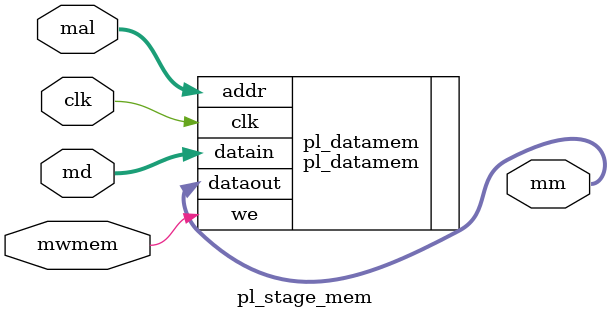
<source format=v>
module pl_stage_mem (mwmem,mal,md,clk,mm);
    input  [31:0] mal,md;
    input  mwmem, clk;
    output [31:0] mm;

    pl_datamem pl_datamem(
        .addr   (mal       ),
        .datain (md        ),
        .we     (mwmem     ),
        .clk    (clk       ),
        .dataout(mm        )
    );

endmodule
</source>
